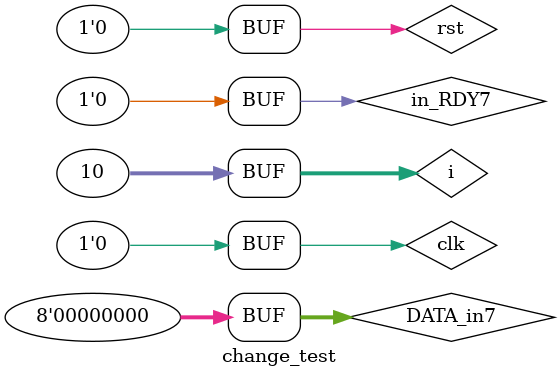
<source format=v>
module change_test;

reg clk, rst;
reg in_RDY7;
wire out_RDY7, state_cmp7;
wire [7:0] DATA_out7;
reg [7:0] DATA_in7;
integer i;

change chgt(.clk(clk), .rst(rst), .in_RDY7(in_RDY7), .DATA_in7(DATA_in7), .state_cmp7(state_cmp7), .out_RDY7(out_RDY7), .DATA_out7(DATA_out7));

initial 
	begin
	     clk = 0;
	     rst = 1; 
	#10  clk = 1;
	#10  clk = 0;
	#10  clk = 1;
	     rst = 0;
	     in_RDY7 = 1;	     
	#10  clk = 0;
	#10  clk = 1;
	     in_RDY7 = 0;
	     DATA_in7 = 8'b1111_1010;
	#10  clk = 0;
	#10  clk = 1;
	     DATA_in7 = 8'b0000_0000;
	#10  clk = 0;
	
	for(i=0;i<10;i=i+1) begin
		#10 clk = 1;
		#10 clk = 0;
		end

	#10  clk = 1;
	     in_RDY7 = 1;	     
	#10  clk = 0;
	#10  clk = 1;
	     in_RDY7 = 0;
	     DATA_in7 = 8'b0000_1010;
	#10  clk = 0;
	#10  clk = 1;
	     DATA_in7 = 8'b0000_0000;
	#10  clk = 0;
	
	for(i=0;i<10;i=i+1) begin
		#10 clk = 1;
		#10 clk = 0;
		end
	end
endmodule

</source>
